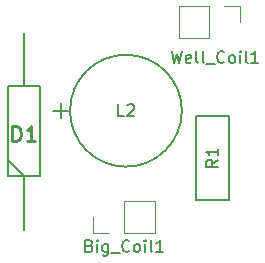
<source format=gbr>
%TF.GenerationSoftware,KiCad,Pcbnew,9.0.0*%
%TF.CreationDate,2025-04-22T16:11:36+05:00*%
%TF.ProjectId,RF Detection Circuit,52462044-6574-4656-9374-696f6e204369,rev?*%
%TF.SameCoordinates,Original*%
%TF.FileFunction,Legend,Top*%
%TF.FilePolarity,Positive*%
%FSLAX46Y46*%
G04 Gerber Fmt 4.6, Leading zero omitted, Abs format (unit mm)*
G04 Created by KiCad (PCBNEW 9.0.0) date 2025-04-22 16:11:36*
%MOMM*%
%LPD*%
G01*
G04 APERTURE LIST*
%ADD10C,0.254000*%
%ADD11C,0.150000*%
%ADD12C,0.200000*%
%ADD13C,0.120000*%
%ADD14C,0.152400*%
G04 APERTURE END LIST*
D10*
X113062618Y-79074318D02*
X113062618Y-77804318D01*
X113062618Y-77804318D02*
X113364999Y-77804318D01*
X113364999Y-77804318D02*
X113546428Y-77864794D01*
X113546428Y-77864794D02*
X113667380Y-77985746D01*
X113667380Y-77985746D02*
X113727857Y-78106699D01*
X113727857Y-78106699D02*
X113788333Y-78348603D01*
X113788333Y-78348603D02*
X113788333Y-78530032D01*
X113788333Y-78530032D02*
X113727857Y-78771937D01*
X113727857Y-78771937D02*
X113667380Y-78892889D01*
X113667380Y-78892889D02*
X113546428Y-79013842D01*
X113546428Y-79013842D02*
X113364999Y-79074318D01*
X113364999Y-79074318D02*
X113062618Y-79074318D01*
X114997857Y-79074318D02*
X114272142Y-79074318D01*
X114634999Y-79074318D02*
X114634999Y-77804318D01*
X114634999Y-77804318D02*
X114514047Y-77985746D01*
X114514047Y-77985746D02*
X114393095Y-78106699D01*
X114393095Y-78106699D02*
X114272142Y-78167175D01*
D11*
X126534523Y-71454819D02*
X126772618Y-72454819D01*
X126772618Y-72454819D02*
X126963094Y-71740533D01*
X126963094Y-71740533D02*
X127153570Y-72454819D01*
X127153570Y-72454819D02*
X127391666Y-71454819D01*
X128153570Y-72407200D02*
X128058332Y-72454819D01*
X128058332Y-72454819D02*
X127867856Y-72454819D01*
X127867856Y-72454819D02*
X127772618Y-72407200D01*
X127772618Y-72407200D02*
X127724999Y-72311961D01*
X127724999Y-72311961D02*
X127724999Y-71931009D01*
X127724999Y-71931009D02*
X127772618Y-71835771D01*
X127772618Y-71835771D02*
X127867856Y-71788152D01*
X127867856Y-71788152D02*
X128058332Y-71788152D01*
X128058332Y-71788152D02*
X128153570Y-71835771D01*
X128153570Y-71835771D02*
X128201189Y-71931009D01*
X128201189Y-71931009D02*
X128201189Y-72026247D01*
X128201189Y-72026247D02*
X127724999Y-72121485D01*
X128772618Y-72454819D02*
X128677380Y-72407200D01*
X128677380Y-72407200D02*
X128629761Y-72311961D01*
X128629761Y-72311961D02*
X128629761Y-71454819D01*
X129296428Y-72454819D02*
X129201190Y-72407200D01*
X129201190Y-72407200D02*
X129153571Y-72311961D01*
X129153571Y-72311961D02*
X129153571Y-71454819D01*
X129439286Y-72550057D02*
X130201190Y-72550057D01*
X131010714Y-72359580D02*
X130963095Y-72407200D01*
X130963095Y-72407200D02*
X130820238Y-72454819D01*
X130820238Y-72454819D02*
X130725000Y-72454819D01*
X130725000Y-72454819D02*
X130582143Y-72407200D01*
X130582143Y-72407200D02*
X130486905Y-72311961D01*
X130486905Y-72311961D02*
X130439286Y-72216723D01*
X130439286Y-72216723D02*
X130391667Y-72026247D01*
X130391667Y-72026247D02*
X130391667Y-71883390D01*
X130391667Y-71883390D02*
X130439286Y-71692914D01*
X130439286Y-71692914D02*
X130486905Y-71597676D01*
X130486905Y-71597676D02*
X130582143Y-71502438D01*
X130582143Y-71502438D02*
X130725000Y-71454819D01*
X130725000Y-71454819D02*
X130820238Y-71454819D01*
X130820238Y-71454819D02*
X130963095Y-71502438D01*
X130963095Y-71502438D02*
X131010714Y-71550057D01*
X131582143Y-72454819D02*
X131486905Y-72407200D01*
X131486905Y-72407200D02*
X131439286Y-72359580D01*
X131439286Y-72359580D02*
X131391667Y-72264342D01*
X131391667Y-72264342D02*
X131391667Y-71978628D01*
X131391667Y-71978628D02*
X131439286Y-71883390D01*
X131439286Y-71883390D02*
X131486905Y-71835771D01*
X131486905Y-71835771D02*
X131582143Y-71788152D01*
X131582143Y-71788152D02*
X131725000Y-71788152D01*
X131725000Y-71788152D02*
X131820238Y-71835771D01*
X131820238Y-71835771D02*
X131867857Y-71883390D01*
X131867857Y-71883390D02*
X131915476Y-71978628D01*
X131915476Y-71978628D02*
X131915476Y-72264342D01*
X131915476Y-72264342D02*
X131867857Y-72359580D01*
X131867857Y-72359580D02*
X131820238Y-72407200D01*
X131820238Y-72407200D02*
X131725000Y-72454819D01*
X131725000Y-72454819D02*
X131582143Y-72454819D01*
X132344048Y-72454819D02*
X132344048Y-71788152D01*
X132344048Y-71454819D02*
X132296429Y-71502438D01*
X132296429Y-71502438D02*
X132344048Y-71550057D01*
X132344048Y-71550057D02*
X132391667Y-71502438D01*
X132391667Y-71502438D02*
X132344048Y-71454819D01*
X132344048Y-71454819D02*
X132344048Y-71550057D01*
X132963095Y-72454819D02*
X132867857Y-72407200D01*
X132867857Y-72407200D02*
X132820238Y-72311961D01*
X132820238Y-72311961D02*
X132820238Y-71454819D01*
X133867857Y-72454819D02*
X133296429Y-72454819D01*
X133582143Y-72454819D02*
X133582143Y-71454819D01*
X133582143Y-71454819D02*
X133486905Y-71597676D01*
X133486905Y-71597676D02*
X133391667Y-71692914D01*
X133391667Y-71692914D02*
X133296429Y-71740533D01*
X130454819Y-80666666D02*
X129978628Y-80999999D01*
X130454819Y-81238094D02*
X129454819Y-81238094D01*
X129454819Y-81238094D02*
X129454819Y-80857142D01*
X129454819Y-80857142D02*
X129502438Y-80761904D01*
X129502438Y-80761904D02*
X129550057Y-80714285D01*
X129550057Y-80714285D02*
X129645295Y-80666666D01*
X129645295Y-80666666D02*
X129788152Y-80666666D01*
X129788152Y-80666666D02*
X129883390Y-80714285D01*
X129883390Y-80714285D02*
X129931009Y-80761904D01*
X129931009Y-80761904D02*
X129978628Y-80857142D01*
X129978628Y-80857142D02*
X129978628Y-81238094D01*
X130454819Y-79714285D02*
X130454819Y-80285713D01*
X130454819Y-79999999D02*
X129454819Y-79999999D01*
X129454819Y-79999999D02*
X129597676Y-80095237D01*
X129597676Y-80095237D02*
X129692914Y-80190475D01*
X129692914Y-80190475D02*
X129740533Y-80285713D01*
X119571428Y-87931009D02*
X119714285Y-87978628D01*
X119714285Y-87978628D02*
X119761904Y-88026247D01*
X119761904Y-88026247D02*
X119809523Y-88121485D01*
X119809523Y-88121485D02*
X119809523Y-88264342D01*
X119809523Y-88264342D02*
X119761904Y-88359580D01*
X119761904Y-88359580D02*
X119714285Y-88407200D01*
X119714285Y-88407200D02*
X119619047Y-88454819D01*
X119619047Y-88454819D02*
X119238095Y-88454819D01*
X119238095Y-88454819D02*
X119238095Y-87454819D01*
X119238095Y-87454819D02*
X119571428Y-87454819D01*
X119571428Y-87454819D02*
X119666666Y-87502438D01*
X119666666Y-87502438D02*
X119714285Y-87550057D01*
X119714285Y-87550057D02*
X119761904Y-87645295D01*
X119761904Y-87645295D02*
X119761904Y-87740533D01*
X119761904Y-87740533D02*
X119714285Y-87835771D01*
X119714285Y-87835771D02*
X119666666Y-87883390D01*
X119666666Y-87883390D02*
X119571428Y-87931009D01*
X119571428Y-87931009D02*
X119238095Y-87931009D01*
X120238095Y-88454819D02*
X120238095Y-87788152D01*
X120238095Y-87454819D02*
X120190476Y-87502438D01*
X120190476Y-87502438D02*
X120238095Y-87550057D01*
X120238095Y-87550057D02*
X120285714Y-87502438D01*
X120285714Y-87502438D02*
X120238095Y-87454819D01*
X120238095Y-87454819D02*
X120238095Y-87550057D01*
X121142856Y-87788152D02*
X121142856Y-88597676D01*
X121142856Y-88597676D02*
X121095237Y-88692914D01*
X121095237Y-88692914D02*
X121047618Y-88740533D01*
X121047618Y-88740533D02*
X120952380Y-88788152D01*
X120952380Y-88788152D02*
X120809523Y-88788152D01*
X120809523Y-88788152D02*
X120714285Y-88740533D01*
X121142856Y-88407200D02*
X121047618Y-88454819D01*
X121047618Y-88454819D02*
X120857142Y-88454819D01*
X120857142Y-88454819D02*
X120761904Y-88407200D01*
X120761904Y-88407200D02*
X120714285Y-88359580D01*
X120714285Y-88359580D02*
X120666666Y-88264342D01*
X120666666Y-88264342D02*
X120666666Y-87978628D01*
X120666666Y-87978628D02*
X120714285Y-87883390D01*
X120714285Y-87883390D02*
X120761904Y-87835771D01*
X120761904Y-87835771D02*
X120857142Y-87788152D01*
X120857142Y-87788152D02*
X121047618Y-87788152D01*
X121047618Y-87788152D02*
X121142856Y-87835771D01*
X121380952Y-88550057D02*
X122142856Y-88550057D01*
X122952380Y-88359580D02*
X122904761Y-88407200D01*
X122904761Y-88407200D02*
X122761904Y-88454819D01*
X122761904Y-88454819D02*
X122666666Y-88454819D01*
X122666666Y-88454819D02*
X122523809Y-88407200D01*
X122523809Y-88407200D02*
X122428571Y-88311961D01*
X122428571Y-88311961D02*
X122380952Y-88216723D01*
X122380952Y-88216723D02*
X122333333Y-88026247D01*
X122333333Y-88026247D02*
X122333333Y-87883390D01*
X122333333Y-87883390D02*
X122380952Y-87692914D01*
X122380952Y-87692914D02*
X122428571Y-87597676D01*
X122428571Y-87597676D02*
X122523809Y-87502438D01*
X122523809Y-87502438D02*
X122666666Y-87454819D01*
X122666666Y-87454819D02*
X122761904Y-87454819D01*
X122761904Y-87454819D02*
X122904761Y-87502438D01*
X122904761Y-87502438D02*
X122952380Y-87550057D01*
X123523809Y-88454819D02*
X123428571Y-88407200D01*
X123428571Y-88407200D02*
X123380952Y-88359580D01*
X123380952Y-88359580D02*
X123333333Y-88264342D01*
X123333333Y-88264342D02*
X123333333Y-87978628D01*
X123333333Y-87978628D02*
X123380952Y-87883390D01*
X123380952Y-87883390D02*
X123428571Y-87835771D01*
X123428571Y-87835771D02*
X123523809Y-87788152D01*
X123523809Y-87788152D02*
X123666666Y-87788152D01*
X123666666Y-87788152D02*
X123761904Y-87835771D01*
X123761904Y-87835771D02*
X123809523Y-87883390D01*
X123809523Y-87883390D02*
X123857142Y-87978628D01*
X123857142Y-87978628D02*
X123857142Y-88264342D01*
X123857142Y-88264342D02*
X123809523Y-88359580D01*
X123809523Y-88359580D02*
X123761904Y-88407200D01*
X123761904Y-88407200D02*
X123666666Y-88454819D01*
X123666666Y-88454819D02*
X123523809Y-88454819D01*
X124285714Y-88454819D02*
X124285714Y-87788152D01*
X124285714Y-87454819D02*
X124238095Y-87502438D01*
X124238095Y-87502438D02*
X124285714Y-87550057D01*
X124285714Y-87550057D02*
X124333333Y-87502438D01*
X124333333Y-87502438D02*
X124285714Y-87454819D01*
X124285714Y-87454819D02*
X124285714Y-87550057D01*
X124904761Y-88454819D02*
X124809523Y-88407200D01*
X124809523Y-88407200D02*
X124761904Y-88311961D01*
X124761904Y-88311961D02*
X124761904Y-87454819D01*
X125809523Y-88454819D02*
X125238095Y-88454819D01*
X125523809Y-88454819D02*
X125523809Y-87454819D01*
X125523809Y-87454819D02*
X125428571Y-87597676D01*
X125428571Y-87597676D02*
X125333333Y-87692914D01*
X125333333Y-87692914D02*
X125238095Y-87740533D01*
X122500083Y-76954819D02*
X122023893Y-76954819D01*
X122023893Y-76954819D02*
X122023893Y-75954819D01*
X122785798Y-76050057D02*
X122833417Y-76002438D01*
X122833417Y-76002438D02*
X122928655Y-75954819D01*
X122928655Y-75954819D02*
X123166750Y-75954819D01*
X123166750Y-75954819D02*
X123261988Y-76002438D01*
X123261988Y-76002438D02*
X123309607Y-76050057D01*
X123309607Y-76050057D02*
X123357226Y-76145295D01*
X123357226Y-76145295D02*
X123357226Y-76240533D01*
X123357226Y-76240533D02*
X123309607Y-76383390D01*
X123309607Y-76383390D02*
X122738179Y-76954819D01*
X122738179Y-76954819D02*
X123357226Y-76954819D01*
D12*
%TO.C,D1*%
X112640000Y-74440000D02*
X115360000Y-74440000D01*
X112640000Y-82060000D02*
X112640000Y-74440000D01*
X114000000Y-74440000D02*
X114000000Y-69925000D01*
X114000000Y-82060000D02*
X112640000Y-80700000D01*
X114000000Y-86575000D02*
X114000000Y-82060000D01*
X115360000Y-74440000D02*
X115360000Y-82060000D01*
X115360000Y-82060000D02*
X112640000Y-82060000D01*
D13*
%TO.C,Well_Coil1*%
X127130000Y-67670000D02*
X127130000Y-70330000D01*
X129730000Y-67670000D02*
X127130000Y-67670000D01*
X129730000Y-67670000D02*
X129730000Y-70330000D01*
X129730000Y-70330000D02*
X127130000Y-70330000D01*
X131000000Y-67670000D02*
X132330000Y-67670000D01*
X132330000Y-67670000D02*
X132330000Y-69000000D01*
D14*
%TO.C,R1*%
X128577600Y-76969400D02*
X128577600Y-84030600D01*
X128577600Y-84030600D02*
X131422400Y-84030600D01*
X131422400Y-76969400D02*
X128577600Y-76969400D01*
X131422400Y-84030600D02*
X131422400Y-76969400D01*
D13*
%TO.C,Big_Coil1*%
X119895000Y-86830000D02*
X119895000Y-85500000D01*
X121225000Y-86830000D02*
X119895000Y-86830000D01*
X122495000Y-84170000D02*
X125095000Y-84170000D01*
X122495000Y-86830000D02*
X122495000Y-84170000D01*
X122495000Y-86830000D02*
X125095000Y-86830000D01*
X125095000Y-86830000D02*
X125095000Y-84170000D01*
D14*
%TO.C,L2*%
X116532650Y-76500000D02*
X117802650Y-76500000D01*
X117167650Y-75865000D02*
X117167650Y-77135000D01*
X127403850Y-76500000D02*
G75*
G02*
X117929650Y-76500000I-4737100J0D01*
G01*
X117929650Y-76500000D02*
G75*
G02*
X127403850Y-76500000I4737100J0D01*
G01*
%TD*%
M02*

</source>
